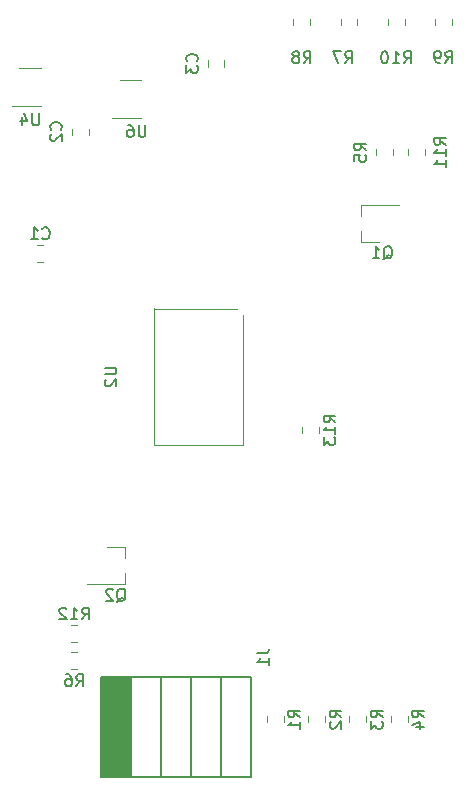
<source format=gbo>
G04 #@! TF.GenerationSoftware,KiCad,Pcbnew,(5.1.5-0-10_14)*
G04 #@! TF.CreationDate,2020-02-18T21:53:13-05:00*
G04 #@! TF.ProjectId,rlcsv3_modular,726c6373-7633-45f6-9d6f-64756c61722e,rev?*
G04 #@! TF.SameCoordinates,Original*
G04 #@! TF.FileFunction,Legend,Bot*
G04 #@! TF.FilePolarity,Positive*
%FSLAX46Y46*%
G04 Gerber Fmt 4.6, Leading zero omitted, Abs format (unit mm)*
G04 Created by KiCad (PCBNEW (5.1.5-0-10_14)) date 2020-02-18 21:53:13*
%MOMM*%
%LPD*%
G04 APERTURE LIST*
%ADD10C,0.150000*%
%ADD11C,0.100000*%
%ADD12C,0.120000*%
G04 APERTURE END LIST*
D10*
X139730000Y-134900000D02*
X152430000Y-134900000D01*
X139730000Y-143400000D02*
X152430000Y-143400000D01*
X139730000Y-134900000D02*
X139730000Y-143400000D01*
X152430000Y-134900000D02*
X152430000Y-143400000D01*
X149890000Y-134900000D02*
X149890000Y-143400000D01*
X144810000Y-134900000D02*
X144810000Y-143400000D01*
X147350000Y-134900000D02*
X147350000Y-143400000D01*
X142270000Y-134900000D02*
X142270000Y-143400000D01*
G36*
X139780800Y-143345800D02*
G01*
X142219200Y-143345800D01*
X142219200Y-134963800D01*
X139780800Y-134963800D01*
X139780800Y-143345800D01*
G37*
X139780800Y-143345800D02*
X142219200Y-143345800D01*
X142219200Y-134963800D01*
X139780800Y-134963800D01*
X139780800Y-143345800D01*
D11*
X144250000Y-115275000D02*
X151750000Y-115275000D01*
X144250000Y-103720000D02*
X144250000Y-115270000D01*
X151750000Y-104240000D02*
X151750000Y-115270000D01*
X144250000Y-103725000D02*
X151300000Y-103725000D01*
D12*
X134650000Y-86610000D02*
X132200000Y-86610000D01*
X132850000Y-83390000D02*
X134650000Y-83390000D01*
X134881252Y-98350000D02*
X134358748Y-98350000D01*
X134881252Y-99770000D02*
X134358748Y-99770000D01*
X137290000Y-88488748D02*
X137290000Y-89011252D01*
X138710000Y-88488748D02*
X138710000Y-89011252D01*
X148790000Y-82713748D02*
X148790000Y-83236252D01*
X150210000Y-82713748D02*
X150210000Y-83236252D01*
X155210000Y-138761252D02*
X155210000Y-138238748D01*
X153790000Y-138761252D02*
X153790000Y-138238748D01*
X158710000Y-138761252D02*
X158710000Y-138238748D01*
X157290000Y-138761252D02*
X157290000Y-138238748D01*
X160790000Y-138761252D02*
X160790000Y-138238748D01*
X162210000Y-138761252D02*
X162210000Y-138238748D01*
X164290000Y-138761252D02*
X164290000Y-138238748D01*
X165710000Y-138761252D02*
X165710000Y-138238748D01*
X163040000Y-90238748D02*
X163040000Y-90761252D01*
X164460000Y-90238748D02*
X164460000Y-90761252D01*
X137761252Y-134210000D02*
X137238748Y-134210000D01*
X137761252Y-132790000D02*
X137238748Y-132790000D01*
X161460000Y-79238748D02*
X161460000Y-79761252D01*
X160040000Y-79238748D02*
X160040000Y-79761252D01*
X157460000Y-79761252D02*
X157460000Y-79238748D01*
X156040000Y-79761252D02*
X156040000Y-79238748D01*
X168040000Y-79213748D02*
X168040000Y-79736252D01*
X169460000Y-79213748D02*
X169460000Y-79736252D01*
X164040000Y-79761252D02*
X164040000Y-79238748D01*
X165460000Y-79761252D02*
X165460000Y-79238748D01*
X167210000Y-90238748D02*
X167210000Y-90761252D01*
X165790000Y-90238748D02*
X165790000Y-90761252D01*
X137761252Y-130540000D02*
X137238748Y-130540000D01*
X137761252Y-131960000D02*
X137238748Y-131960000D01*
X158210000Y-114261252D02*
X158210000Y-113738748D01*
X156790000Y-114261252D02*
X156790000Y-113738748D01*
X141350000Y-84390000D02*
X143150000Y-84390000D01*
X143150000Y-87610000D02*
X140700000Y-87610000D01*
X161800000Y-98100000D02*
X163260000Y-98100000D01*
X161800000Y-94940000D02*
X164960000Y-94940000D01*
X161800000Y-94940000D02*
X161800000Y-95870000D01*
X161800000Y-98100000D02*
X161800000Y-97170000D01*
X141760000Y-123920000D02*
X141760000Y-124850000D01*
X141760000Y-127080000D02*
X141760000Y-126150000D01*
X141760000Y-127080000D02*
X138600000Y-127080000D01*
X141760000Y-123920000D02*
X140300000Y-123920000D01*
D10*
X152952380Y-132916666D02*
X153666666Y-132916666D01*
X153809523Y-132869047D01*
X153904761Y-132773809D01*
X153952380Y-132630952D01*
X153952380Y-132535714D01*
X153952380Y-133916666D02*
X153952380Y-133345238D01*
X153952380Y-133630952D02*
X152952380Y-133630952D01*
X153095238Y-133535714D01*
X153190476Y-133440476D01*
X153238095Y-133345238D01*
X140052380Y-108738095D02*
X140861904Y-108738095D01*
X140957142Y-108785714D01*
X141004761Y-108833333D01*
X141052380Y-108928571D01*
X141052380Y-109119047D01*
X141004761Y-109214285D01*
X140957142Y-109261904D01*
X140861904Y-109309523D01*
X140052380Y-109309523D01*
X140147619Y-109738095D02*
X140100000Y-109785714D01*
X140052380Y-109880952D01*
X140052380Y-110119047D01*
X140100000Y-110214285D01*
X140147619Y-110261904D01*
X140242857Y-110309523D01*
X140338095Y-110309523D01*
X140480952Y-110261904D01*
X141052380Y-109690476D01*
X141052380Y-110309523D01*
X134511904Y-87202380D02*
X134511904Y-88011904D01*
X134464285Y-88107142D01*
X134416666Y-88154761D01*
X134321428Y-88202380D01*
X134130952Y-88202380D01*
X134035714Y-88154761D01*
X133988095Y-88107142D01*
X133940476Y-88011904D01*
X133940476Y-87202380D01*
X133035714Y-87535714D02*
X133035714Y-88202380D01*
X133273809Y-87154761D02*
X133511904Y-87869047D01*
X132892857Y-87869047D01*
X134786666Y-97767142D02*
X134834285Y-97814761D01*
X134977142Y-97862380D01*
X135072380Y-97862380D01*
X135215238Y-97814761D01*
X135310476Y-97719523D01*
X135358095Y-97624285D01*
X135405714Y-97433809D01*
X135405714Y-97290952D01*
X135358095Y-97100476D01*
X135310476Y-97005238D01*
X135215238Y-96910000D01*
X135072380Y-96862380D01*
X134977142Y-96862380D01*
X134834285Y-96910000D01*
X134786666Y-96957619D01*
X133834285Y-97862380D02*
X134405714Y-97862380D01*
X134120000Y-97862380D02*
X134120000Y-96862380D01*
X134215238Y-97005238D01*
X134310476Y-97100476D01*
X134405714Y-97148095D01*
X136357142Y-88583333D02*
X136404761Y-88535714D01*
X136452380Y-88392857D01*
X136452380Y-88297619D01*
X136404761Y-88154761D01*
X136309523Y-88059523D01*
X136214285Y-88011904D01*
X136023809Y-87964285D01*
X135880952Y-87964285D01*
X135690476Y-88011904D01*
X135595238Y-88059523D01*
X135500000Y-88154761D01*
X135452380Y-88297619D01*
X135452380Y-88392857D01*
X135500000Y-88535714D01*
X135547619Y-88583333D01*
X135547619Y-88964285D02*
X135500000Y-89011904D01*
X135452380Y-89107142D01*
X135452380Y-89345238D01*
X135500000Y-89440476D01*
X135547619Y-89488095D01*
X135642857Y-89535714D01*
X135738095Y-89535714D01*
X135880952Y-89488095D01*
X136452380Y-88916666D01*
X136452380Y-89535714D01*
X147857142Y-82808333D02*
X147904761Y-82760714D01*
X147952380Y-82617857D01*
X147952380Y-82522619D01*
X147904761Y-82379761D01*
X147809523Y-82284523D01*
X147714285Y-82236904D01*
X147523809Y-82189285D01*
X147380952Y-82189285D01*
X147190476Y-82236904D01*
X147095238Y-82284523D01*
X147000000Y-82379761D01*
X146952380Y-82522619D01*
X146952380Y-82617857D01*
X147000000Y-82760714D01*
X147047619Y-82808333D01*
X146952380Y-83141666D02*
X146952380Y-83760714D01*
X147333333Y-83427380D01*
X147333333Y-83570238D01*
X147380952Y-83665476D01*
X147428571Y-83713095D01*
X147523809Y-83760714D01*
X147761904Y-83760714D01*
X147857142Y-83713095D01*
X147904761Y-83665476D01*
X147952380Y-83570238D01*
X147952380Y-83284523D01*
X147904761Y-83189285D01*
X147857142Y-83141666D01*
X156602380Y-138333333D02*
X156126190Y-138000000D01*
X156602380Y-137761904D02*
X155602380Y-137761904D01*
X155602380Y-138142857D01*
X155650000Y-138238095D01*
X155697619Y-138285714D01*
X155792857Y-138333333D01*
X155935714Y-138333333D01*
X156030952Y-138285714D01*
X156078571Y-138238095D01*
X156126190Y-138142857D01*
X156126190Y-137761904D01*
X156602380Y-139285714D02*
X156602380Y-138714285D01*
X156602380Y-139000000D02*
X155602380Y-139000000D01*
X155745238Y-138904761D01*
X155840476Y-138809523D01*
X155888095Y-138714285D01*
X160102380Y-138333333D02*
X159626190Y-138000000D01*
X160102380Y-137761904D02*
X159102380Y-137761904D01*
X159102380Y-138142857D01*
X159150000Y-138238095D01*
X159197619Y-138285714D01*
X159292857Y-138333333D01*
X159435714Y-138333333D01*
X159530952Y-138285714D01*
X159578571Y-138238095D01*
X159626190Y-138142857D01*
X159626190Y-137761904D01*
X159197619Y-138714285D02*
X159150000Y-138761904D01*
X159102380Y-138857142D01*
X159102380Y-139095238D01*
X159150000Y-139190476D01*
X159197619Y-139238095D01*
X159292857Y-139285714D01*
X159388095Y-139285714D01*
X159530952Y-139238095D01*
X160102380Y-138666666D01*
X160102380Y-139285714D01*
X163602380Y-138333333D02*
X163126190Y-138000000D01*
X163602380Y-137761904D02*
X162602380Y-137761904D01*
X162602380Y-138142857D01*
X162650000Y-138238095D01*
X162697619Y-138285714D01*
X162792857Y-138333333D01*
X162935714Y-138333333D01*
X163030952Y-138285714D01*
X163078571Y-138238095D01*
X163126190Y-138142857D01*
X163126190Y-137761904D01*
X162602380Y-138666666D02*
X162602380Y-139285714D01*
X162983333Y-138952380D01*
X162983333Y-139095238D01*
X163030952Y-139190476D01*
X163078571Y-139238095D01*
X163173809Y-139285714D01*
X163411904Y-139285714D01*
X163507142Y-139238095D01*
X163554761Y-139190476D01*
X163602380Y-139095238D01*
X163602380Y-138809523D01*
X163554761Y-138714285D01*
X163507142Y-138666666D01*
X167102380Y-138333333D02*
X166626190Y-138000000D01*
X167102380Y-137761904D02*
X166102380Y-137761904D01*
X166102380Y-138142857D01*
X166150000Y-138238095D01*
X166197619Y-138285714D01*
X166292857Y-138333333D01*
X166435714Y-138333333D01*
X166530952Y-138285714D01*
X166578571Y-138238095D01*
X166626190Y-138142857D01*
X166626190Y-137761904D01*
X166435714Y-139190476D02*
X167102380Y-139190476D01*
X166054761Y-138952380D02*
X166769047Y-138714285D01*
X166769047Y-139333333D01*
X162202380Y-90333333D02*
X161726190Y-90000000D01*
X162202380Y-89761904D02*
X161202380Y-89761904D01*
X161202380Y-90142857D01*
X161250000Y-90238095D01*
X161297619Y-90285714D01*
X161392857Y-90333333D01*
X161535714Y-90333333D01*
X161630952Y-90285714D01*
X161678571Y-90238095D01*
X161726190Y-90142857D01*
X161726190Y-89761904D01*
X161202380Y-91238095D02*
X161202380Y-90761904D01*
X161678571Y-90714285D01*
X161630952Y-90761904D01*
X161583333Y-90857142D01*
X161583333Y-91095238D01*
X161630952Y-91190476D01*
X161678571Y-91238095D01*
X161773809Y-91285714D01*
X162011904Y-91285714D01*
X162107142Y-91238095D01*
X162154761Y-91190476D01*
X162202380Y-91095238D01*
X162202380Y-90857142D01*
X162154761Y-90761904D01*
X162107142Y-90714285D01*
X137666666Y-135702380D02*
X138000000Y-135226190D01*
X138238095Y-135702380D02*
X138238095Y-134702380D01*
X137857142Y-134702380D01*
X137761904Y-134750000D01*
X137714285Y-134797619D01*
X137666666Y-134892857D01*
X137666666Y-135035714D01*
X137714285Y-135130952D01*
X137761904Y-135178571D01*
X137857142Y-135226190D01*
X138238095Y-135226190D01*
X136809523Y-134702380D02*
X137000000Y-134702380D01*
X137095238Y-134750000D01*
X137142857Y-134797619D01*
X137238095Y-134940476D01*
X137285714Y-135130952D01*
X137285714Y-135511904D01*
X137238095Y-135607142D01*
X137190476Y-135654761D01*
X137095238Y-135702380D01*
X136904761Y-135702380D01*
X136809523Y-135654761D01*
X136761904Y-135607142D01*
X136714285Y-135511904D01*
X136714285Y-135273809D01*
X136761904Y-135178571D01*
X136809523Y-135130952D01*
X136904761Y-135083333D01*
X137095238Y-135083333D01*
X137190476Y-135130952D01*
X137238095Y-135178571D01*
X137285714Y-135273809D01*
X160416666Y-82952380D02*
X160750000Y-82476190D01*
X160988095Y-82952380D02*
X160988095Y-81952380D01*
X160607142Y-81952380D01*
X160511904Y-82000000D01*
X160464285Y-82047619D01*
X160416666Y-82142857D01*
X160416666Y-82285714D01*
X160464285Y-82380952D01*
X160511904Y-82428571D01*
X160607142Y-82476190D01*
X160988095Y-82476190D01*
X160083333Y-81952380D02*
X159416666Y-81952380D01*
X159845238Y-82952380D01*
X156916666Y-82952380D02*
X157250000Y-82476190D01*
X157488095Y-82952380D02*
X157488095Y-81952380D01*
X157107142Y-81952380D01*
X157011904Y-82000000D01*
X156964285Y-82047619D01*
X156916666Y-82142857D01*
X156916666Y-82285714D01*
X156964285Y-82380952D01*
X157011904Y-82428571D01*
X157107142Y-82476190D01*
X157488095Y-82476190D01*
X156345238Y-82380952D02*
X156440476Y-82333333D01*
X156488095Y-82285714D01*
X156535714Y-82190476D01*
X156535714Y-82142857D01*
X156488095Y-82047619D01*
X156440476Y-82000000D01*
X156345238Y-81952380D01*
X156154761Y-81952380D01*
X156059523Y-82000000D01*
X156011904Y-82047619D01*
X155964285Y-82142857D01*
X155964285Y-82190476D01*
X156011904Y-82285714D01*
X156059523Y-82333333D01*
X156154761Y-82380952D01*
X156345238Y-82380952D01*
X156440476Y-82428571D01*
X156488095Y-82476190D01*
X156535714Y-82571428D01*
X156535714Y-82761904D01*
X156488095Y-82857142D01*
X156440476Y-82904761D01*
X156345238Y-82952380D01*
X156154761Y-82952380D01*
X156059523Y-82904761D01*
X156011904Y-82857142D01*
X155964285Y-82761904D01*
X155964285Y-82571428D01*
X156011904Y-82476190D01*
X156059523Y-82428571D01*
X156154761Y-82380952D01*
X168916666Y-82927380D02*
X169250000Y-82451190D01*
X169488095Y-82927380D02*
X169488095Y-81927380D01*
X169107142Y-81927380D01*
X169011904Y-81975000D01*
X168964285Y-82022619D01*
X168916666Y-82117857D01*
X168916666Y-82260714D01*
X168964285Y-82355952D01*
X169011904Y-82403571D01*
X169107142Y-82451190D01*
X169488095Y-82451190D01*
X168440476Y-82927380D02*
X168250000Y-82927380D01*
X168154761Y-82879761D01*
X168107142Y-82832142D01*
X168011904Y-82689285D01*
X167964285Y-82498809D01*
X167964285Y-82117857D01*
X168011904Y-82022619D01*
X168059523Y-81975000D01*
X168154761Y-81927380D01*
X168345238Y-81927380D01*
X168440476Y-81975000D01*
X168488095Y-82022619D01*
X168535714Y-82117857D01*
X168535714Y-82355952D01*
X168488095Y-82451190D01*
X168440476Y-82498809D01*
X168345238Y-82546428D01*
X168154761Y-82546428D01*
X168059523Y-82498809D01*
X168011904Y-82451190D01*
X167964285Y-82355952D01*
X165392857Y-82952380D02*
X165726190Y-82476190D01*
X165964285Y-82952380D02*
X165964285Y-81952380D01*
X165583333Y-81952380D01*
X165488095Y-82000000D01*
X165440476Y-82047619D01*
X165392857Y-82142857D01*
X165392857Y-82285714D01*
X165440476Y-82380952D01*
X165488095Y-82428571D01*
X165583333Y-82476190D01*
X165964285Y-82476190D01*
X164440476Y-82952380D02*
X165011904Y-82952380D01*
X164726190Y-82952380D02*
X164726190Y-81952380D01*
X164821428Y-82095238D01*
X164916666Y-82190476D01*
X165011904Y-82238095D01*
X163821428Y-81952380D02*
X163726190Y-81952380D01*
X163630952Y-82000000D01*
X163583333Y-82047619D01*
X163535714Y-82142857D01*
X163488095Y-82333333D01*
X163488095Y-82571428D01*
X163535714Y-82761904D01*
X163583333Y-82857142D01*
X163630952Y-82904761D01*
X163726190Y-82952380D01*
X163821428Y-82952380D01*
X163916666Y-82904761D01*
X163964285Y-82857142D01*
X164011904Y-82761904D01*
X164059523Y-82571428D01*
X164059523Y-82333333D01*
X164011904Y-82142857D01*
X163964285Y-82047619D01*
X163916666Y-82000000D01*
X163821428Y-81952380D01*
X168952380Y-89857142D02*
X168476190Y-89523809D01*
X168952380Y-89285714D02*
X167952380Y-89285714D01*
X167952380Y-89666666D01*
X168000000Y-89761904D01*
X168047619Y-89809523D01*
X168142857Y-89857142D01*
X168285714Y-89857142D01*
X168380952Y-89809523D01*
X168428571Y-89761904D01*
X168476190Y-89666666D01*
X168476190Y-89285714D01*
X168952380Y-90809523D02*
X168952380Y-90238095D01*
X168952380Y-90523809D02*
X167952380Y-90523809D01*
X168095238Y-90428571D01*
X168190476Y-90333333D01*
X168238095Y-90238095D01*
X168952380Y-91761904D02*
X168952380Y-91190476D01*
X168952380Y-91476190D02*
X167952380Y-91476190D01*
X168095238Y-91380952D01*
X168190476Y-91285714D01*
X168238095Y-91190476D01*
X138142857Y-130052380D02*
X138476190Y-129576190D01*
X138714285Y-130052380D02*
X138714285Y-129052380D01*
X138333333Y-129052380D01*
X138238095Y-129100000D01*
X138190476Y-129147619D01*
X138142857Y-129242857D01*
X138142857Y-129385714D01*
X138190476Y-129480952D01*
X138238095Y-129528571D01*
X138333333Y-129576190D01*
X138714285Y-129576190D01*
X137190476Y-130052380D02*
X137761904Y-130052380D01*
X137476190Y-130052380D02*
X137476190Y-129052380D01*
X137571428Y-129195238D01*
X137666666Y-129290476D01*
X137761904Y-129338095D01*
X136809523Y-129147619D02*
X136761904Y-129100000D01*
X136666666Y-129052380D01*
X136428571Y-129052380D01*
X136333333Y-129100000D01*
X136285714Y-129147619D01*
X136238095Y-129242857D01*
X136238095Y-129338095D01*
X136285714Y-129480952D01*
X136857142Y-130052380D01*
X136238095Y-130052380D01*
X159602380Y-113357142D02*
X159126190Y-113023809D01*
X159602380Y-112785714D02*
X158602380Y-112785714D01*
X158602380Y-113166666D01*
X158650000Y-113261904D01*
X158697619Y-113309523D01*
X158792857Y-113357142D01*
X158935714Y-113357142D01*
X159030952Y-113309523D01*
X159078571Y-113261904D01*
X159126190Y-113166666D01*
X159126190Y-112785714D01*
X159602380Y-114309523D02*
X159602380Y-113738095D01*
X159602380Y-114023809D02*
X158602380Y-114023809D01*
X158745238Y-113928571D01*
X158840476Y-113833333D01*
X158888095Y-113738095D01*
X158602380Y-114642857D02*
X158602380Y-115261904D01*
X158983333Y-114928571D01*
X158983333Y-115071428D01*
X159030952Y-115166666D01*
X159078571Y-115214285D01*
X159173809Y-115261904D01*
X159411904Y-115261904D01*
X159507142Y-115214285D01*
X159554761Y-115166666D01*
X159602380Y-115071428D01*
X159602380Y-114785714D01*
X159554761Y-114690476D01*
X159507142Y-114642857D01*
X143511904Y-88202380D02*
X143511904Y-89011904D01*
X143464285Y-89107142D01*
X143416666Y-89154761D01*
X143321428Y-89202380D01*
X143130952Y-89202380D01*
X143035714Y-89154761D01*
X142988095Y-89107142D01*
X142940476Y-89011904D01*
X142940476Y-88202380D01*
X142035714Y-88202380D02*
X142226190Y-88202380D01*
X142321428Y-88250000D01*
X142369047Y-88297619D01*
X142464285Y-88440476D01*
X142511904Y-88630952D01*
X142511904Y-89011904D01*
X142464285Y-89107142D01*
X142416666Y-89154761D01*
X142321428Y-89202380D01*
X142130952Y-89202380D01*
X142035714Y-89154761D01*
X141988095Y-89107142D01*
X141940476Y-89011904D01*
X141940476Y-88773809D01*
X141988095Y-88678571D01*
X142035714Y-88630952D01*
X142130952Y-88583333D01*
X142321428Y-88583333D01*
X142416666Y-88630952D01*
X142464285Y-88678571D01*
X142511904Y-88773809D01*
X163655238Y-99567619D02*
X163750476Y-99520000D01*
X163845714Y-99424761D01*
X163988571Y-99281904D01*
X164083809Y-99234285D01*
X164179047Y-99234285D01*
X164131428Y-99472380D02*
X164226666Y-99424761D01*
X164321904Y-99329523D01*
X164369523Y-99139047D01*
X164369523Y-98805714D01*
X164321904Y-98615238D01*
X164226666Y-98520000D01*
X164131428Y-98472380D01*
X163940952Y-98472380D01*
X163845714Y-98520000D01*
X163750476Y-98615238D01*
X163702857Y-98805714D01*
X163702857Y-99139047D01*
X163750476Y-99329523D01*
X163845714Y-99424761D01*
X163940952Y-99472380D01*
X164131428Y-99472380D01*
X162750476Y-99472380D02*
X163321904Y-99472380D01*
X163036190Y-99472380D02*
X163036190Y-98472380D01*
X163131428Y-98615238D01*
X163226666Y-98710476D01*
X163321904Y-98758095D01*
X141095238Y-128547619D02*
X141190476Y-128500000D01*
X141285714Y-128404761D01*
X141428571Y-128261904D01*
X141523809Y-128214285D01*
X141619047Y-128214285D01*
X141571428Y-128452380D02*
X141666666Y-128404761D01*
X141761904Y-128309523D01*
X141809523Y-128119047D01*
X141809523Y-127785714D01*
X141761904Y-127595238D01*
X141666666Y-127500000D01*
X141571428Y-127452380D01*
X141380952Y-127452380D01*
X141285714Y-127500000D01*
X141190476Y-127595238D01*
X141142857Y-127785714D01*
X141142857Y-128119047D01*
X141190476Y-128309523D01*
X141285714Y-128404761D01*
X141380952Y-128452380D01*
X141571428Y-128452380D01*
X140761904Y-127547619D02*
X140714285Y-127500000D01*
X140619047Y-127452380D01*
X140380952Y-127452380D01*
X140285714Y-127500000D01*
X140238095Y-127547619D01*
X140190476Y-127642857D01*
X140190476Y-127738095D01*
X140238095Y-127880952D01*
X140809523Y-128452380D01*
X140190476Y-128452380D01*
M02*

</source>
